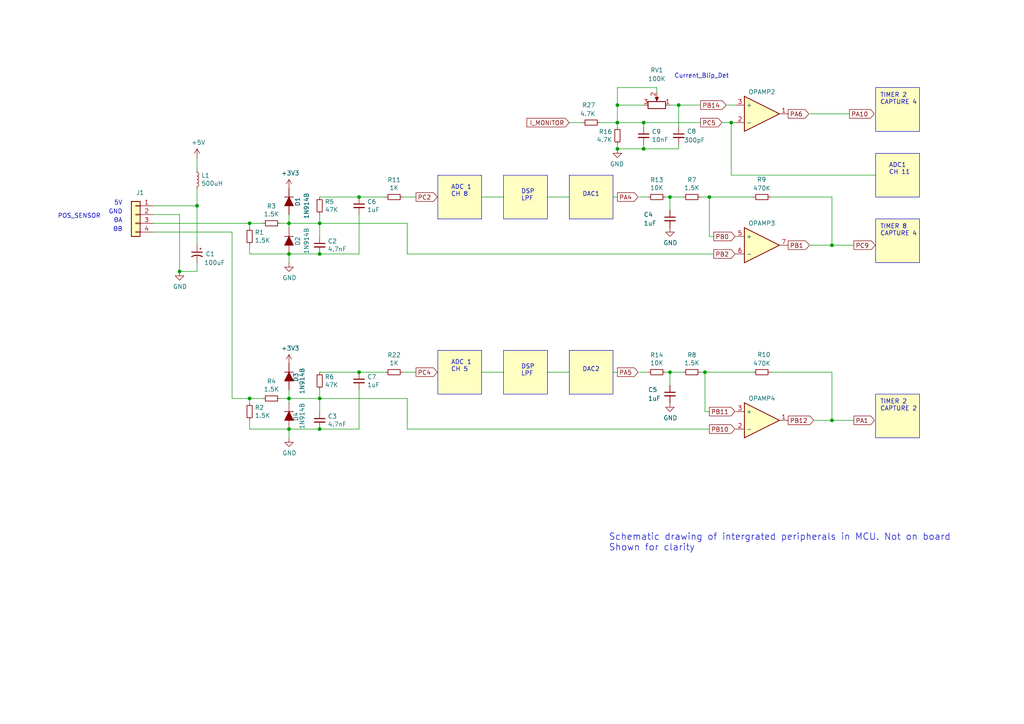
<source format=kicad_sch>
(kicad_sch (version 20230121) (generator eeschema)
  (paper "A4")
  (title_block (date "2024-11-04") (rev "1.0") (comment 1 "Helper drawing") (comment 2 "STM32F303 internal connection detail."))
  (lib_symbols
    (symbol "030823NU-rescue:+3V3-power" (power) (pin_names (offset 0))
      (property "Value" "+3V3-power" (at 0 3.556 0))
      (symbol "+3V3-power_0_1"
        (polyline (pts (xy -0.762 1.27) (xy 0 2.54)))
        (polyline (pts (xy 0 0) (xy 0 2.54)))
        (polyline (pts (xy 0 2.54) (xy 0.762 1.27)))
      )
      (symbol "+3V3-power_1_1"
        (pin power_in line (at 0 0 90) (length 0) hide (name "+3V3") (number "1"))
      )
    )
    (symbol "030823NU-rescue:+5V-power" (power) (pin_names (offset 0))
      (property "Value" "+5V-power" (at 0 3.556 0))
      (symbol "+5V-power_0_1"
        (polyline (pts (xy -0.762 1.27) (xy 0 2.54)))
        (polyline (pts (xy 0 0) (xy 0 2.54)))
        (polyline (pts (xy 0 2.54) (xy 0.762 1.27)))
      )
      (symbol "+5V-power_1_1"
        (pin power_in line (at 0 0 90) (length 0) hide (name "+5V") (number "1"))
      )
    )
    (symbol "030823NU-rescue:CP1_Small-Device" (pin_numbers hide) (pin_names (offset 0.254) hide)
      (property "Reference" "C" (at 0.254 1.778 0))
      (property "Value" "Device_CP1_Small" (at 0.254 -2.032 0))
      (symbol "CP1_Small-Device_0_1"
        (polyline (pts (xy -1.524 0.508) (xy 1.524 0.508)) (stroke (width 0.3048)))
        (polyline (pts (xy -1.27 1.524) (xy -0.762 1.524)))
        (polyline (pts (xy -1.016 1.27) (xy -1.016 1.778)))
        (arc (start 1.524 -0.762) (mid 0 -0.3734) (end -1.524 -0.762) (stroke (width 0.3048)))
      )
      (symbol "CP1_Small-Device_1_1"
        (pin passive line (at 0 2.54 270) (length 2.032) (name "~") (number "1"))
        (pin passive line (at 0 -2.54 90) (length 2.032) (name "~") (number "2"))
      )
    )
    (symbol "030823NU-rescue:C_Small-Device" (pin_numbers hide) (pin_names (offset 0.254) hide)
      (property "Reference" "C" (at 0.254 1.778 0))
      (property "Value" "Device_C_Small" (at 0.254 -2.032 0))
      (symbol "C_Small-Device_0_1"
        (polyline (pts (xy -1.524 -0.508) (xy 1.524 -0.508)) (stroke (width 0.3302)))
        (polyline (pts (xy -1.524 0.508) (xy 1.524 0.508)) (stroke (width 0.3048)))
      )
      (symbol "C_Small-Device_1_1"
        (pin passive line (at 0 2.54 270) (length 2.032) (name "~") (number "1"))
        (pin passive line (at 0 -2.54 90) (length 2.032) (name "~") (number "2"))
      )
    )
    (symbol "030823NU-rescue:Conn_01x04-Connector_Generic" (pin_names (offset 1.016) hide)
      (property "Reference" "J" (at 0 5.08 0))
      (property "Value" "Connector_Generic_Conn_01x04" (at 0 -7.62 0))
      (symbol "Conn_01x04-Connector_Generic_1_1"
        (rectangle (start -1.27 -4.953) (end 0 -5.207) (stroke (width 0.1524)))
        (rectangle (start -1.27 -2.413) (end 0 -2.667) (stroke (width 0.1524)))
        (rectangle (start -1.27 0.127) (end 0 -0.127) (stroke (width 0.1524)))
        (rectangle (start -1.27 2.667) (end 0 2.413) (stroke (width 0.1524)))
        (rectangle (start -1.27 3.81) (end 1.27 -6.35) (stroke (width 0.254)) (fill (type background)))
        (pin passive line (at -5.08 2.54 0) (length 3.81) (name "Pin_1") (number "1"))
        (pin passive line (at -5.08 0 0) (length 3.81) (name "Pin_2") (number "2"))
        (pin passive line (at -5.08 -2.54 0) (length 3.81) (name "Pin_3") (number "3"))
        (pin passive line (at -5.08 -5.08 0) (length 3.81) (name "Pin_4") (number "4"))
      )
    )
    (symbol "030823NU-rescue:D_ALT-Device" (pin_numbers hide) (pin_names (offset 1.016) hide)
      (property "Reference" "D" (at 0 2.54 0))
      (property "Value" "Device_D_ALT" (at 0 -2.54 0))
      (symbol "D_ALT-Device_0_1"
        (polyline (pts (xy -1.27 1.27) (xy -1.27 -1.27)) (stroke (width 0.2032)))
        (polyline (pts (xy 1.27 0) (xy -1.27 0)))
        (polyline (pts (xy 1.27 1.27) (xy 1.27 -1.27) (xy -1.27 0) (xy 1.27 1.27)) (stroke (width 0.2032)) (fill (type outline)))
      )
      (symbol "D_ALT-Device_1_1"
        (pin passive line (at -3.81 0 0) (length 2.54) (name "K") (number "1"))
        (pin passive line (at 3.81 0 180) (length 2.54) (name "A") (number "2"))
      )
    )
    (symbol "030823NU-rescue:GND-power" (power) (pin_names (offset 0))
      (property "Value" "GND-power" (at 0 -3.81 0))
      (symbol "GND-power_0_1"
        (polyline (pts (xy 0 0) (xy 0 -1.27) (xy 1.27 -1.27) (xy 0 -2.54) (xy -1.27 -1.27) (xy 0 -1.27)))
      )
      (symbol "GND-power_1_1"
        (pin power_in line (at 0 0 270) (length 0) hide (name "GND") (number "1"))
      )
    )
    (symbol "030823NU-rescue:L_Small-Device" (pin_numbers hide) (pin_names (offset 0.254) hide)
      (property "Reference" "L" (at 0.762 1.016 0))
      (property "Value" "Device_L_Small" (at 0.762 -1.016 0))
      (symbol "L_Small-Device_0_1"
        (arc (start 0 -2.032) (mid 0.5058 -1.524) (end 0 -1.016))
        (arc (start 0 -1.016) (mid 0.5058 -0.508) (end 0 0))
        (arc (start 0 0) (mid 0.5058 0.508) (end 0 1.016))
        (arc (start 0 1.016) (mid 0.5058 1.524) (end 0 2.032))
      )
      (symbol "L_Small-Device_1_1"
        (pin passive line (at 0 2.54 270) (length 0.508) (name "~") (number "1"))
        (pin passive line (at 0 -2.54 90) (length 0.508) (name "~") (number "2"))
      )
    )
    (symbol "030823NU-rescue:R_POT-Device" (pin_names (offset 1.016) hide)
      (property "Reference" "RV" (at -4.445 0 90))
      (property "Value" "Device_R_POT" (at -2.54 0 90))
      (symbol "R_POT-Device_0_1"
        (polyline (pts (xy 2.54 0) (xy 1.524 0)))
        (polyline (pts (xy 1.143 0) (xy 2.286 0.508) (xy 2.286 -0.508) (xy 1.143 0)) (fill (type outline)))
        (rectangle (start 1.016 2.54) (end -1.016 -2.54) (stroke (width 0.254)))
      )
      (symbol "R_POT-Device_1_1"
        (pin passive line (at 0 3.81 270) (length 1.27) (name "1") (number "1"))
        (pin passive line (at 3.81 0 180) (length 1.27) (name "2") (number "2"))
        (pin passive line (at 0 -3.81 90) (length 1.27) (name "3") (number "3"))
      )
    )
    (symbol "030823NU-rescue:R_Small-Device" (pin_numbers hide) (pin_names (offset 0.254) hide)
      (property "Reference" "R" (at 0.762 0.508 0))
      (property "Value" "Device_R_Small" (at 0.762 -1.016 0))
      (symbol "R_Small-Device_0_1"
        (rectangle (start -0.762 1.778) (end 0.762 -1.778) (stroke (width 0.2032)))
      )
      (symbol "R_Small-Device_1_1"
        (pin passive line (at 0 2.54 270) (length 0.762) (name "~") (number "1"))
        (pin passive line (at 0 -2.54 90) (length 0.762) (name "~") (number "2"))
      )
    )
    (symbol "Device:Opamp_Dual"
      (property "Reference" "U" (at 0 5.08 0))
      (property "Value" "Opamp_Dual" (at 0 -5.08 0))
      (symbol "Opamp_Dual_1_1"
        (polyline (pts (xy -5.08 5.08) (xy 5.08 0) (xy -5.08 -5.08) (xy -5.08 5.08)) (stroke (width 0.254)) (fill (type background)))
        (pin output line (at 7.62 0 180) (length 2.54) (name "~") (number "1"))
        (pin input line (at -7.62 -2.54 0) (length 2.54) (name "-") (number "2"))
        (pin input line (at -7.62 2.54 0) (length 2.54) (name "+") (number "3"))
      )
      (symbol "Opamp_Dual_2_1"
        (polyline (pts (xy -5.08 5.08) (xy 5.08 0) (xy -5.08 -5.08) (xy -5.08 5.08)) (stroke (width 0.254)) (fill (type background)))
        (pin input line (at -7.62 2.54 0) (length 2.54) (name "+") (number "5"))
        (pin input line (at -7.62 -2.54 0) (length 2.54) (name "-") (number "6"))
        (pin output line (at 7.62 0 180) (length 2.54) (name "~") (number "7"))
      )
      (symbol "Opamp_Dual_3_1"
        (pin power_in line (at -2.54 -7.62 90) (length 3.81) (name "V-") (number "4"))
        (pin power_in line (at -2.54 7.62 270) (length 3.81) (name "V+") (number "8"))
      )
    )
  )
  (junction (at 241.3 71.12))
  (junction (at 179.07 30.48))
  (junction (at 179.07 35.56))
  (junction (at 72.39 115.57))
  (junction (at 194.31 57.15))
  (junction (at 204.47 107.95))
  (junction (at 186.69 43.18))
  (junction (at 205.74 57.15))
  (junction (at 196.85 30.48))
  (junction (at 92.71 64.77))
  (junction (at 83.82 115.57))
  (junction (at 186.69 35.56))
  (junction (at 179.07 43.18))
  (junction (at 92.71 115.57))
  (junction (at 194.31 107.95))
  (junction (at 241.3 121.92))
  (junction (at 52.07 78.74))
  (junction (at 104.14 57.15))
  (junction (at 83.82 73.66))
  (junction (at 72.39 64.77))
  (junction (at 92.71 73.66))
  (junction (at 57.15 59.69))
  (junction (at 92.71 124.46))
  (junction (at 83.82 64.77))
  (junction (at 212.09 35.56))
  (junction (at 104.14 107.95))
  (junction (at 83.82 124.46))
  (wire (pts (xy 72.39 71.12) (xy 72.39 73.66)))
  (wire (pts (xy 76.2 64.77) (xy 72.39 64.77)))
  (wire (pts (xy 179.07 25.4) (xy 179.07 30.48)))
  (wire (pts (xy 72.39 124.46) (xy 83.82 124.46)))
  (wire (pts (xy 92.71 57.15) (xy 104.14 57.15)))
  (wire (pts (xy 139.7 57.15) (xy 146.05 57.15)))
  (wire (pts (xy 196.85 30.48) (xy 203.2 30.48)))
  (wire (pts (xy 254 50.8) (xy 212.09 50.8)))
  (wire (pts (xy 104.14 124.46) (xy 92.71 124.46)))
  (wire (pts (xy 81.28 115.57) (xy 83.82 115.57)))
  (wire (pts (xy 186.69 43.18) (xy 196.85 43.18)))
  (wire (pts (xy 194.31 107.95) (xy 198.12 107.95)))
  (wire (pts (xy 67.31 115.57) (xy 72.39 115.57)))
  (wire (pts (xy 104.14 113.03) (xy 104.14 124.46)))
  (wire (pts (xy 205.74 119.38) (xy 204.47 119.38)))
  (wire (pts (xy 104.14 62.23) (xy 104.14 73.66)))
  (wire (pts (xy 92.71 64.77) (xy 92.71 68.58)))
  (wire (pts (xy 185.42 57.15) (xy 187.96 57.15)))
  (wire (pts (xy 72.39 73.66) (xy 83.82 73.66)))
  (wire (pts (xy 92.71 115.57) (xy 92.71 119.38)))
  (wire (pts (xy 104.14 73.66) (xy 92.71 73.66)))
  (wire (pts (xy 104.14 107.95) (xy 111.76 107.95)))
  (wire (pts (xy 194.31 30.48) (xy 196.85 30.48)))
  (wire (pts (xy 179.07 36.83) (xy 179.07 35.56)))
  (wire (pts (xy 57.15 54.61) (xy 57.15 59.69)))
  (wire (pts (xy 209.55 35.56) (xy 212.09 35.56)))
  (wire (pts (xy 92.71 73.66) (xy 83.82 73.66)))
  (wire (pts (xy 179.07 41.91) (xy 179.07 43.18)))
  (wire (pts (xy 223.52 57.15) (xy 241.3 57.15)))
  (wire (pts (xy 57.15 71.12) (xy 57.15 59.69)))
  (wire (pts (xy 72.39 115.57) (xy 72.39 116.84)))
  (wire (pts (xy 52.07 78.74) (xy 57.15 78.74)))
  (wire (pts (xy 196.85 43.18) (xy 196.85 41.91)))
  (wire (pts (xy 52.07 62.23) (xy 52.07 78.74)))
  (wire (pts (xy 234.95 71.12) (xy 241.3 71.12)))
  (wire (pts (xy 92.71 64.77) (xy 118.11 64.77)))
  (wire (pts (xy 194.31 57.15) (xy 198.12 57.15)))
  (wire (pts (xy 44.45 59.69) (xy 57.15 59.69)))
  (wire (pts (xy 194.31 60.96) (xy 194.31 57.15)))
  (wire (pts (xy 118.11 73.66) (xy 207.01 73.66)))
  (wire (pts (xy 241.3 71.12) (xy 247.65 71.12)))
  (wire (pts (xy 173.99 35.56) (xy 179.07 35.56)))
  (wire (pts (xy 158.75 107.95) (xy 165.1 107.95)))
  (wire (pts (xy 196.85 30.48) (xy 196.85 36.83)))
  (wire (pts (xy 177.8 57.15) (xy 179.07 57.15)))
  (wire (pts (xy 203.2 107.95) (xy 204.47 107.95)))
  (wire (pts (xy 204.47 107.95) (xy 204.47 119.38)))
  (wire (pts (xy 118.11 64.77) (xy 118.11 73.66)))
  (wire (pts (xy 57.15 78.74) (xy 57.15 76.2)))
  (wire (pts (xy 44.45 64.77) (xy 72.39 64.77)))
  (wire (pts (xy 212.09 50.8) (xy 212.09 35.56)))
  (wire (pts (xy 179.07 35.56) (xy 186.69 35.56)))
  (wire (pts (xy 118.11 124.46) (xy 205.74 124.46)))
  (wire (pts (xy 72.39 121.92) (xy 72.39 124.46)))
  (wire (pts (xy 44.45 62.23) (xy 52.07 62.23)))
  (wire (pts (xy 204.47 107.95) (xy 218.44 107.95)))
  (wire (pts (xy 92.71 115.57) (xy 118.11 115.57)))
  (wire (pts (xy 165.1 35.56) (xy 168.91 35.56)))
  (wire (pts (xy 241.3 57.15) (xy 241.3 71.12)))
  (wire (pts (xy 83.82 62.23) (xy 83.82 64.77)))
  (wire (pts (xy 57.15 45.72) (xy 57.15 49.53)))
  (wire (pts (xy 92.71 107.95) (xy 104.14 107.95)))
  (wire (pts (xy 223.52 107.95) (xy 241.3 107.95)))
  (wire (pts (xy 236.22 121.92) (xy 241.3 121.92)))
  (wire (pts (xy 72.39 64.77) (xy 72.39 66.04)))
  (wire (pts (xy 203.2 57.15) (xy 205.74 57.15)))
  (wire (pts (xy 139.7 107.95) (xy 146.05 107.95)))
  (wire (pts (xy 118.11 115.57) (xy 118.11 124.46)))
  (wire (pts (xy 116.84 107.95) (xy 120.65 107.95)))
  (wire (pts (xy 207.01 68.58) (xy 205.74 68.58)))
  (wire (pts (xy 83.82 76.2) (xy 83.82 73.66)))
  (wire (pts (xy 179.07 43.18) (xy 186.69 43.18)))
  (wire (pts (xy 194.31 107.95) (xy 194.31 111.76)))
  (wire (pts (xy 205.74 57.15) (xy 218.44 57.15)))
  (wire (pts (xy 92.71 113.03) (xy 92.71 115.57)))
  (wire (pts (xy 81.28 64.77) (xy 83.82 64.77)))
  (wire (pts (xy 83.82 115.57) (xy 92.71 115.57)))
  (wire (pts (xy 186.69 41.91) (xy 186.69 43.18)))
  (wire (pts (xy 190.5 25.4) (xy 190.5 26.67)))
  (wire (pts (xy 83.82 127) (xy 83.82 124.46)))
  (wire (pts (xy 83.82 113.03) (xy 83.82 115.57)))
  (wire (pts (xy 193.04 57.15) (xy 194.31 57.15)))
  (wire (pts (xy 83.82 116.84) (xy 83.82 115.57)))
  (wire (pts (xy 212.09 35.56) (xy 213.36 35.56)))
  (wire (pts (xy 186.69 30.48) (xy 179.07 30.48)))
  (wire (pts (xy 186.69 35.56) (xy 203.2 35.56)))
  (wire (pts (xy 185.42 107.95) (xy 187.96 107.95)))
  (wire (pts (xy 76.2 115.57) (xy 72.39 115.57)))
  (wire (pts (xy 44.45 67.31) (xy 67.31 67.31)))
  (wire (pts (xy 234.95 33.02) (xy 246.38 33.02)))
  (wire (pts (xy 193.04 107.95) (xy 194.31 107.95)))
  (wire (pts (xy 116.84 57.15) (xy 120.65 57.15)))
  (wire (pts (xy 179.07 35.56) (xy 179.07 30.48)))
  (wire (pts (xy 83.82 66.04) (xy 83.82 64.77)))
  (wire (pts (xy 241.3 107.95) (xy 241.3 121.92)))
  (wire (pts (xy 241.3 121.92) (xy 247.65 121.92)))
  (wire (pts (xy 92.71 124.46) (xy 83.82 124.46)))
  (wire (pts (xy 186.69 36.83) (xy 186.69 35.56)))
  (wire (pts (xy 158.75 57.15) (xy 165.1 57.15)))
  (wire (pts (xy 83.82 64.77) (xy 92.71 64.77)))
  (wire (pts (xy 205.74 57.15) (xy 205.74 68.58)))
  (wire (pts (xy 67.31 67.31) (xy 67.31 115.57)))
  (wire (pts (xy 177.8 107.95) (xy 179.07 107.95)))
  (wire (pts (xy 92.71 62.23) (xy 92.71 64.77)))
  (wire (pts (xy 179.07 25.4) (xy 190.5 25.4)))
  (wire (pts (xy 104.14 57.15) (xy 111.76 57.15)))
  (wire (pts (xy 210.82 30.48) (xy 213.36 30.48)))
  (rectangle (start 254 25.4) (end 266.7 38.1) (fill (type color) (color 255 255 194 1)))
  (rectangle (start 165.1 50.8) (end 177.8 63.5) (fill (type color) (color 255 255 194 1)))
  (rectangle (start 165.1 101.6) (end 177.8 114.3) (fill (type color) (color 255 255 194 1)))
  (rectangle (start 146.05 101.6) (end 158.75 114.3) (fill (type color) (color 255 255 194 1)))
  (rectangle (start 146.05 50.8) (end 158.75 63.5) (fill (type color) (color 255 255 194 1)))
  (rectangle (start 127 101.6) (end 139.7 114.3) (fill (type color) (color 255 255 194 1)))
  (rectangle (start 254 114.3) (end 266.7 127) (fill (type color) (color 255 255 194 1)))
  (rectangle (start 127 50.8) (end 139.7 63.5) (fill (type color) (color 255 255 194 1)))
  (rectangle (start 254 44.45) (end 266.7 57.15) (fill (type color) (color 255 255 194 1)))
  (rectangle (start 254 63.5) (end 266.7 76.2) (fill (type color) (color 255 255 194 1)))
  (text "ϴB" (at 35.56 67.31 0) (effects (font (size 1.27 1.27)) (justify right bottom)))
  (text "ADC1\nCH 11" (at 257.81 50.8 0) (effects (font (size 1.27 1.27)) (justify left bottom)))
  (text "DSP\nLPF" (at 151.13 109.22 0) (effects (font (size 1.27 1.27)) (justify left bottom)))
  (text "DAC1" (at 168.91 57.15 0) (effects (font (size 1.27 1.27)) (justify left bottom)))
  (text "Current_Blip_Det" (at 195.58 22.86 0) (effects (font (size 1.27 1.27)) (justify left bottom)))
  (text "Schematic drawing of intergrated peripherals in MCU. Not on board\nShown for clarity" (at 176.53 160.02 0) (effects (font (size 1.905 1.905)) (justify left bottom)))
  (text "DSP\nLPF" (at 151.13 58.42 0) (effects (font (size 1.27 1.27)) (justify left bottom)))
  (text "5V" (at 35.56 59.69 0) (effects (font (size 1.27 1.27)) (justify right bottom)))
  (text "GND" (at 35.56 62.23 0) (effects (font (size 1.27 1.27)) (justify right bottom)))
  (text "ADC 1\nCH 5" (at 130.81 107.95 0) (effects (font (size 1.27 1.27)) (justify left bottom)))
  (text "TIMER 8\nCAPTURE 4" (at 255.27 68.58 0) (effects (font (size 1.27 1.27)) (justify left bottom)))
  (text "ADC 1\nCH 8" (at 130.81 57.15 0) (effects (font (size 1.27 1.27)) (justify left bottom)))
  (text "TIMER 2\nCAPTURE 4" (at 255.27 30.48 0) (effects (font (size 1.27 1.27)) (justify left bottom)))
  (text "DAC2" (at 168.91 107.95 0) (effects (font (size 1.27 1.27)) (justify left bottom)))
  (text "POS_SENSOR" (at 29.21 63.5 0) (effects (font (size 1.27 1.27)) (justify right bottom)))
  (text "TIMER 2\nCAPTURE 2" (at 255.27 119.38 0) (effects (font (size 1.27 1.27)) (justify left bottom)))
  (text "ϴA" (at 35.56 64.77 0) (effects (font (size 1.27 1.27)) (justify right bottom)))
  (global_label "PB2" (shape output) (at 207.01 73.66 0) (property "Intersheetrefs" "${INTERSHEET_REFS}" (effects hide)))
  (global_label "PB11" (shape output) (at 205.74 119.38 0) (property "Intersheetrefs" "${INTERSHEET_REFS}" (effects hide)))
  (global_label "PB10" (shape output) (at 205.74 124.46 0) (property "Intersheetrefs" "${INTERSHEET_REFS}" (effects hide)))
  (global_label "I_MONITOR" (shape input) (at 165.1 35.56 180) (property "Intersheetrefs" "${INTERSHEET_REFS}" (effects hide)))
  (global_label "PC2" (shape output) (at 120.65 57.15 0) (property "Intersheetrefs" "${INTERSHEET_REFS}" (effects hide)))
  (global_label "PB12" (shape output) (at 228.6 121.92 0) (property "Intersheetrefs" "${INTERSHEET_REFS}" (effects hide)))
  (global_label "PA6" (shape output) (at 228.6 33.02 0) (property "Intersheetrefs" "${INTERSHEET_REFS}" (effects hide)))
  (global_label "PB14" (shape output) (at 203.2 30.48 0) (property "Intersheetrefs" "${INTERSHEET_REFS}" (effects hide)))
  (global_label "PA10" (shape output) (at 246.38 33.02 0) (property "Intersheetrefs" "${INTERSHEET_REFS}" (effects hide)))
  (global_label "PC4" (shape output) (at 120.65 107.95 0) (property "Intersheetrefs" "${INTERSHEET_REFS}" (effects hide)))
  (global_label "PB1" (shape output) (at 228.6 71.12 0) (property "Intersheetrefs" "${INTERSHEET_REFS}" (effects hide)))
  (global_label "PC5" (shape output) (at 203.2 35.56 0) (property "Intersheetrefs" "${INTERSHEET_REFS}" (effects hide)))
  (global_label "PB0" (shape output) (at 207.01 68.58 0) (property "Intersheetrefs" "${INTERSHEET_REFS}" (effects hide)))
  (global_label "PA1" (shape output) (at 247.65 121.92 0) (property "Intersheetrefs" "${INTERSHEET_REFS}" (effects hide)))
  (global_label "PA4" (shape output) (at 179.07 57.15 0) (property "Intersheetrefs" "${INTERSHEET_REFS}" (effects hide)))
  (global_label "PC9" (shape output) (at 247.65 71.12 0) (property "Intersheetrefs" "${INTERSHEET_REFS}" (effects hide)))
  (global_label "PA5" (shape output) (at 179.07 107.95 0) (property "Intersheetrefs" "${INTERSHEET_REFS}" (effects hide)))
  (symbol (lib_id "Device:Opamp_Dual") (at 220.98 71.12 0) (unit 2)
    (property "Reference" "OPAMP3" (effects hide))
    (property "Value" "OPAMP3" (at 220.98 64.77 0))
  )
  (symbol (lib_id "030823NU-rescue:R_Small-Device") (at 179.07 39.37 0) (mirror y) (unit 1)
    (property "Reference" "R16" (at 177.5714 38.2016 0) (effects (justify left)))
    (property "Value" "4.7K" (at 177.5714 40.513 0) (effects (justify left)))
    (property "Footprint" "Resistor_THT:R_Axial_DIN0204_L3.6mm_D1.6mm_P7.62mm_Horizontal" (effects hide))
  )
  (symbol (lib_id "030823NU-rescue:R_Small-Device") (at 114.3 107.95 270) (unit 1)
    (property "Reference" "R22" (at 114.3 102.9716 90))
    (property "Value" "1K" (at 114.3 105.283 90))
    (property "Footprint" "Resistor_THT:R_Axial_DIN0204_L3.6mm_D1.6mm_P7.62mm_Horizontal" (effects hide))
  )
  (symbol (lib_id "030823NU-rescue:C_Small-Device") (at 92.71 121.92 0) (unit 1)
    (property "Reference" "C3" (at 95.0468 120.7516 0) (effects (justify left)))
    (property "Value" "4.7nF" (at 95.0468 123.063 0) (effects (justify left)))
    (property "Footprint" "Capacitor_THT:C_Disc_D5.0mm_W2.5mm_P5.00mm" (effects hide))
  )
  (symbol (lib_id "030823NU-rescue:C_Small-Device") (at 104.14 59.69 0) (unit 1)
    (property "Reference" "C6" (at 106.4768 58.5216 0) (effects (justify left)))
    (property "Value" "1uF" (at 106.4768 60.833 0) (effects (justify left)))
    (property "Footprint" "Capacitor_THT:C_Disc_D5.1mm_W3.2mm_P5.00mm" (effects hide))
  )
  (symbol (lib_id "030823NU-rescue:+3V3-power") (at 83.82 54.61 0) (unit 1)
    (property "Reference" "#PWR02" (effects hide))
    (property "Value" "+3V3" (at 84.201 50.2158 0))
  )
  (symbol (lib_id "030823NU-rescue:GND-power") (at 194.31 66.04 0) (unit 1)
    (property "Reference" "#PWR07" (effects hide))
    (property "Value" "GND" (at 194.437 70.4342 0))
  )
  (symbol (lib_id "030823NU-rescue:C_Small-Device") (at 194.31 114.3 0) (unit 1)
    (property "Reference" "C5" (at 187.96 113.03 0) (effects (justify left)))
    (property "Value" "1uF" (at 187.96 115.57 0) (effects (justify left)))
    (property "Footprint" "Capacitor_THT:C_Disc_D5.1mm_W3.2mm_P5.00mm" (effects hide))
  )
  (symbol (lib_id "030823NU-rescue:D_ALT-Device") (at 83.82 58.42 270) (unit 1)
    (property "Reference" "D1" (at 86.36 57.15 0) (effects (justify left)))
    (property "Value" "1N914B" (at 88.9 55.88 0) (effects (justify left)))
    (property "Footprint" "Diode_THT:D_DO-35_SOD27_P7.62mm_Horizontal" (effects hide))
  )
  (symbol (lib_id "030823NU-rescue:L_Small-Device") (at 57.15 52.07 0) (unit 1)
    (property "Reference" "L1" (at 58.3692 50.9016 0) (effects (justify left)))
    (property "Value" "500uH" (at 58.3692 53.213 0) (effects (justify left)))
    (property "Footprint" "Inductor_THT:L_Axial_L11.0mm_D4.5mm_P5.08mm_Vertical_Fastron_MECC" (effects hide))
  )
  (symbol (lib_id "030823NU-rescue:R_Small-Device") (at 220.98 107.95 270) (unit 1)
    (property "Reference" "R10" (at 223.52 102.87 90) (effects (justify right)))
    (property "Value" "470K" (at 223.52 105.41 90) (effects (justify right)))
    (property "Footprint" "Resistor_THT:R_Axial_DIN0204_L3.6mm_D1.6mm_P7.62mm_Horizontal" (effects hide))
  )
  (symbol (lib_id "030823NU-rescue:Conn_01x04-Connector_Generic") (at 39.37 62.23 0) (mirror y) (unit 1)
    (property "Reference" "J1" (at 40.64 55.88 0))
    (property "Value" "Conn_01x04_Shielded" (effects hide))
    (property "Footprint" "Connector_PinHeader_2.54mm:PinHeader_1x04_P2.54mm_Vertical" (effects hide))
  )
  (symbol (lib_id "030823NU-rescue:C_Small-Device") (at 92.71 71.12 0) (unit 1)
    (property "Reference" "C2" (at 95.0468 69.9516 0) (effects (justify left)))
    (property "Value" "4.7nF" (at 95.0468 72.263 0) (effects (justify left)))
    (property "Footprint" "Capacitor_THT:C_Disc_D5.0mm_W2.5mm_P5.00mm" (effects hide))
  )
  (symbol (lib_id "030823NU-rescue:GND-power") (at 179.07 43.18 0) (mirror y) (unit 1)
    (property "Reference" "#PWR013" (effects hide))
    (property "Value" "GND" (at 178.943 47.5742 0))
  )
  (symbol (lib_id "030823NU-rescue:D_ALT-Device") (at 83.82 69.85 270) (unit 1)
    (property "Reference" "D2" (at 86.36 68.58 0) (effects (justify left)))
    (property "Value" "1N914B" (at 88.9 66.04 0) (effects (justify left)))
    (property "Footprint" "Diode_THT:D_DO-35_SOD27_P7.62mm_Horizontal" (effects hide))
  )
  (symbol (lib_id "030823NU-rescue:C_Small-Device") (at 194.31 63.5 0) (unit 1)
    (property "Reference" "C4" (at 186.69 62.23 0) (effects (justify left)))
    (property "Value" "1uF" (at 186.69 64.77 0) (effects (justify left)))
    (property "Footprint" "Capacitor_THT:C_Disc_D5.1mm_W3.2mm_P5.00mm" (effects hide))
  )
  (symbol (lib_id "030823NU-rescue:R_Small-Device") (at 200.66 57.15 270) (unit 1)
    (property "Reference" "R7" (at 200.66 52.1716 90))
    (property "Value" "1.5K" (at 200.66 54.483 90))
    (property "Footprint" "Resistor_THT:R_Axial_DIN0204_L3.6mm_D1.6mm_P7.62mm_Horizontal" (effects hide))
  )
  (symbol (lib_id "030823NU-rescue:R_Small-Device") (at 114.3 57.15 270) (unit 1)
    (property "Reference" "R11" (at 114.3 52.1716 90))
    (property "Value" "1K" (at 114.3 54.483 90))
    (property "Footprint" "Resistor_THT:R_Axial_DIN0204_L3.6mm_D1.6mm_P7.62mm_Horizontal" (effects hide))
  )
  (symbol (lib_id "030823NU-rescue:R_Small-Device") (at 92.71 110.49 180) (unit 1)
    (property "Reference" "R6" (at 94.2086 109.3216 0) (effects (justify right)))
    (property "Value" "47K" (at 94.2086 111.633 0) (effects (justify right)))
    (property "Footprint" "Resistor_THT:R_Axial_DIN0204_L3.6mm_D1.6mm_P7.62mm_Horizontal" (effects hide))
  )
  (symbol (lib_id "030823NU-rescue:R_Small-Device") (at 171.45 35.56 90) (unit 1)
    (property "Reference" "R27" (at 172.72 30.48 90) (effects (justify left)))
    (property "Value" "4.7K" (at 172.72 33.02 90) (effects (justify left)))
    (property "Footprint" "Resistor_THT:R_Axial_DIN0204_L3.6mm_D1.6mm_P7.62mm_Horizontal" (effects hide))
  )
  (symbol (lib_id "030823NU-rescue:R_Small-Device") (at 72.39 68.58 0) (unit 1)
    (property "Reference" "R1" (at 73.8886 67.4116 0) (effects (justify left)))
    (property "Value" "1.5K" (at 73.8886 69.723 0) (effects (justify left)))
    (property "Footprint" "Resistor_THT:R_Axial_DIN0204_L3.6mm_D1.6mm_P7.62mm_Horizontal" (effects hide))
  )
  (symbol (lib_id "030823NU-rescue:GND-power") (at 83.82 76.2 0) (unit 1)
    (property "Reference" "#PWR09" (effects hide))
    (property "Value" "GND" (at 83.947 80.5942 0))
  )
  (symbol (lib_id "030823NU-rescue:R_Small-Device") (at 190.5 57.15 270) (unit 1)
    (property "Reference" "R13" (at 190.5 52.1716 90))
    (property "Value" "10K" (at 190.5 54.483 90))
    (property "Footprint" "Resistor_THT:R_Axial_DIN0204_L3.6mm_D1.6mm_P7.62mm_Horizontal" (effects hide))
  )
  (symbol (lib_id "030823NU-rescue:R_Small-Device") (at 200.66 107.95 270) (unit 1)
    (property "Reference" "R8" (at 200.66 102.9716 90))
    (property "Value" "1.5K" (at 200.66 105.283 90))
    (property "Footprint" "Resistor_THT:R_Axial_DIN0204_L3.6mm_D1.6mm_P7.62mm_Horizontal" (effects hide))
  )
  (symbol (lib_id "030823NU-rescue:R_Small-Device") (at 78.74 115.57 270) (unit 1)
    (property "Reference" "R4" (at 78.74 110.5916 90))
    (property "Value" "1.5K" (at 78.74 112.903 90))
    (property "Footprint" "Resistor_THT:R_Axial_DIN0204_L3.6mm_D1.6mm_P7.62mm_Horizontal" (effects hide))
  )
  (symbol (lib_id "Device:Opamp_Dual") (at 220.98 33.02 0) (unit 1)
    (property "Reference" "U3" (effects hide))
    (property "Value" "OPAMP2" (at 220.98 26.67 0))
  )
  (symbol (lib_id "030823NU-rescue:R_Small-Device") (at 78.74 64.77 270) (unit 1)
    (property "Reference" "R3" (at 78.74 59.7916 90))
    (property "Value" "1.5K" (at 78.74 62.103 90))
    (property "Footprint" "Resistor_THT:R_Axial_DIN0204_L3.6mm_D1.6mm_P7.62mm_Horizontal" (effects hide))
  )
  (symbol (lib_id "030823NU-rescue:R_Small-Device") (at 92.71 59.69 180) (unit 1)
    (property "Reference" "R5" (at 94.2086 58.5216 0) (effects (justify right)))
    (property "Value" "47K" (at 94.2086 60.833 0) (effects (justify right)))
    (property "Footprint" "Resistor_THT:R_Axial_DIN0204_L3.6mm_D1.6mm_P7.62mm_Horizontal" (effects hide))
  )
  (symbol (lib_id "Device:Opamp_Dual") (at 220.98 121.92 0) (unit 1)
    (property "Reference" "OPAMP4" (effects hide))
    (property "Value" "OPAMP4" (at 220.98 115.57 0))
  )
  (symbol (lib_id "030823NU-rescue:GND-power") (at 194.31 116.84 0) (unit 1)
    (property "Reference" "#PWR06" (effects hide))
    (property "Value" "GND" (at 194.437 121.2342 0))
  )
  (symbol (lib_id "030823NU-rescue:C_Small-Device") (at 186.69 39.37 0) (unit 1)
    (property "Reference" "C9" (at 189.0268 38.2016 0) (effects (justify left)))
    (property "Value" "10nF" (at 189.0268 40.513 0) (effects (justify left)))
    (property "Footprint" "Capacitor_THT:C_Disc_D5.0mm_W2.5mm_P5.00mm" (effects hide))
  )
  (symbol (lib_id "030823NU-rescue:R_Small-Device") (at 190.5 107.95 270) (unit 1)
    (property "Reference" "R14" (at 190.5 102.9716 90))
    (property "Value" "10K" (at 190.5 105.283 90))
    (property "Footprint" "Resistor_THT:R_Axial_DIN0204_L3.6mm_D1.6mm_P7.62mm_Horizontal" (effects hide))
  )
  (symbol (lib_id "030823NU-rescue:CP1_Small-Device") (at 57.15 73.66 0) (mirror y) (unit 1)
    (property "Reference" "C1" (at 60.96 73.66 0))
    (property "Value" "100uF" (at 62.23 76.2 0))
    (property "Footprint" "Capacitor_THT:CP_Radial_D5.0mm_P2.50mm" (effects hide))
  )
  (symbol (lib_id "030823NU-rescue:C_Small-Device") (at 196.85 39.37 0) (mirror y) (unit 1)
    (property "Reference" "C8" (at 201.93 38.1 0) (effects (justify left)))
    (property "Value" "300pF" (at 204.47 40.64 0) (effects (justify left)))
    (property "Footprint" "Capacitor_THT:C_Disc_D5.0mm_W2.5mm_P5.00mm" (effects hide))
  )
  (symbol (lib_id "030823NU-rescue:D_ALT-Device") (at 83.82 109.22 270) (unit 1)
    (property "Reference" "D3" (at 85.8266 108.0516 0) (effects (justify left)))
    (property "Value" "1N914B" (at 87.63 106.68 0) (effects (justify left)))
    (property "Footprint" "Diode_THT:D_DO-35_SOD27_P7.62mm_Horizontal" (effects hide))
  )
  (symbol (lib_id "030823NU-rescue:D_ALT-Device") (at 83.82 120.65 270) (unit 1)
    (property "Reference" "D4" (at 85.8266 119.4816 0) (effects (justify left)))
    (property "Value" "1N914B" (at 87.63 116.84 0) (effects (justify left)))
    (property "Footprint" "Diode_THT:D_DO-35_SOD27_P7.62mm_Horizontal" (effects hide))
  )
  (symbol (lib_id "030823NU-rescue:GND-power") (at 83.82 127 0) (unit 1)
    (property "Reference" "#PWR08" (effects hide))
    (property "Value" "GND" (at 83.947 131.3942 0))
  )
  (symbol (lib_id "030823NU-rescue:+5V-power") (at 57.15 45.72 0) (unit 1)
    (property "Reference" "#PWR011" (effects hide))
    (property "Value" "+5V" (at 57.531 41.3258 0))
  )
  (symbol (lib_id "030823NU-rescue:GND-power") (at 52.07 78.74 0) (unit 1)
    (property "Reference" "#PWR010" (effects hide))
    (property "Value" "GND" (at 52.197 83.1342 0))
  )
  (symbol (lib_id "030823NU-rescue:R_POT-Device") (at 190.5 30.48 270) (mirror x) (unit 1)
    (property "Reference" "RV1" (at 190.5 20.32 90))
    (property "Value" "100K" (at 190.5 22.86 90))
    (property "Footprint" "Potentiometer_THT:Potentiometer_Bourns_3296W_Vertical" (effects hide))
  )
  (symbol (lib_id "030823NU-rescue:+3V3-power") (at 83.82 105.41 0) (unit 1)
    (property "Reference" "#PWR04" (effects hide))
    (property "Value" "+3V3" (at 84.201 101.0158 0))
  )
  (symbol (lib_id "030823NU-rescue:R_Small-Device") (at 72.39 119.38 0) (unit 1)
    (property "Reference" "R2" (at 73.8886 118.2116 0) (effects (justify left)))
    (property "Value" "1.5K" (at 73.8886 120.523 0) (effects (justify left)))
    (property "Footprint" "Resistor_THT:R_Axial_DIN0204_L3.6mm_D1.6mm_P7.62mm_Horizontal" (effects hide))
  )
  (symbol (lib_id "030823NU-rescue:R_Small-Device") (at 220.98 57.15 270) (unit 1)
    (property "Reference" "R9" (at 222.25 52.07 90) (effects (justify right)))
    (property "Value" "470K" (at 223.52 54.61 90) (effects (justify right)))
    (property "Footprint" "Resistor_THT:R_Axial_DIN0204_L3.6mm_D1.6mm_P7.62mm_Horizontal" (effects hide))
  )
  (symbol (lib_id "030823NU-rescue:C_Small-Device") (at 104.14 110.49 0) (unit 1)
    (property "Reference" "C7" (at 106.4768 109.3216 0) (effects (justify left)))
    (property "Value" "1uF" (at 106.4768 111.633 0) (effects (justify left)))
    (property "Footprint" "Capacitor_THT:C_Disc_D5.1mm_W3.2mm_P5.00mm" (effects hide))
  )
)
</source>
